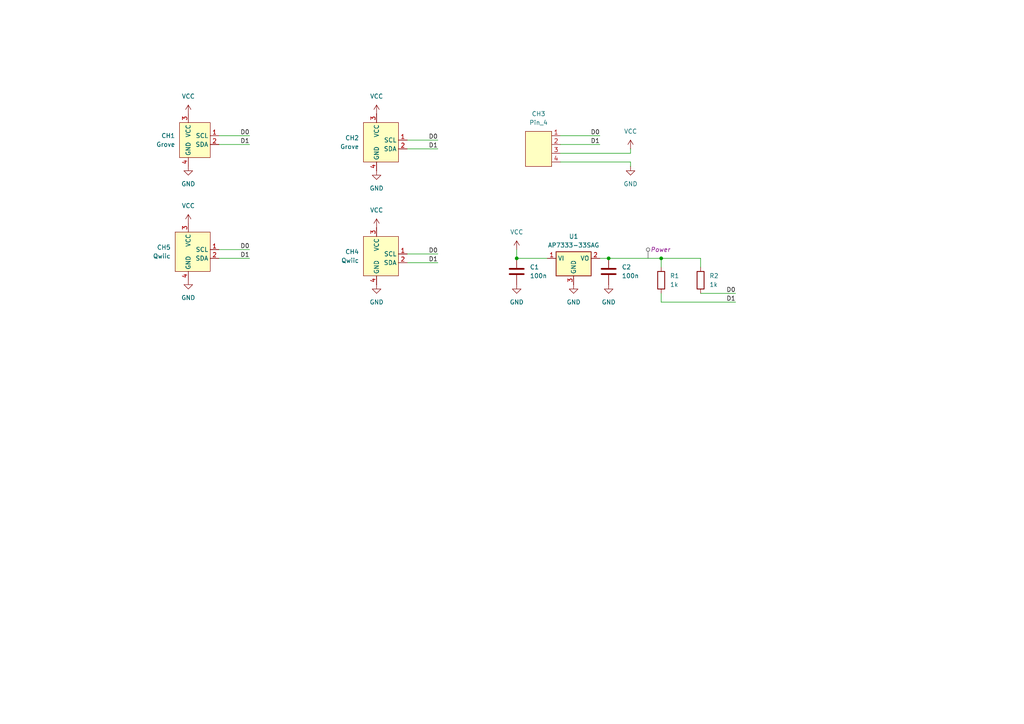
<source format=kicad_sch>
(kicad_sch (version 20231120) (generator "eeschema") (generator_version "8.0")
  (paper "A4")
  (title_block (title "Grove Qwiic Debug Adapter") (rev "v1.0.0") (company "Atsushi Morimoto (@74th)"))
  (lib_symbols
    (symbol "74th_Interface:I2C_Grove_Device-Side"
      (property "Reference" "CH" (at -7.62 1.27 0))
      (property "Value" "Grove" (at -7.62 -1.27 0))
      (symbol "I2C_Grove_Device-Side_0_1"
        (rectangle (start -6.35 6.35) (end 3.81 -5.08) (stroke (width 0.1524)) (fill (type background)))
      )
      (symbol "I2C_Grove_Device-Side_1_1"
        (pin input line (at 6.35 1.27 180) (length 2.54) (name "SCL") (number "1"))
        (pin bidirectional line (at 6.35 -1.27 180) (length 2.54) (name "SDA") (number "2"))
        (pin power_out line (at -2.54 8.89 270) (length 2.54) (name "VCC") (number "3"))
        (pin power_out line (at -2.54 -7.62 90) (length 2.54) (name "GND") (number "4"))
      )
    )
    (symbol "74th_Interface:I2C_Grove_Host-Side"
      (property "Reference" "CH" (at -6.35 0 0))
      (property "Value" "Grove" (at -6.35 -2.54 0))
      (symbol "I2C_Grove_Host-Side_0_1"
        (rectangle (start -5.08 3.81) (end 3.81 -6.35) (stroke (width 0.1524)) (fill (type background)))
      )
      (symbol "I2C_Grove_Host-Side_1_1"
        (pin input line (at 6.35 0 180) (length 2.54) (name "SCL") (number "1"))
        (pin bidirectional line (at 6.35 -2.54 180) (length 2.54) (name "SDA") (number "2"))
        (pin power_in line (at -2.54 6.35 270) (length 2.54) (name "VCC") (number "3"))
        (pin power_in line (at -2.54 -8.89 90) (length 2.54) (name "GND") (number "4"))
      )
    )
    (symbol "74th_Interface:I2C_Qwiic_Device-Side"
      (property "Reference" "CH" (at -7.62 1.27 0))
      (property "Value" "Qwiic" (at -7.62 -1.27 0))
      (symbol "I2C_Qwiic_Device-Side_0_1"
        (rectangle (start -6.35 6.35) (end 3.81 -5.08) (stroke (width 0.1524)) (fill (type background)))
      )
      (symbol "I2C_Qwiic_Device-Side_1_1"
        (pin input line (at 6.35 1.27 180) (length 2.54) (name "SCL") (number "1"))
        (pin bidirectional line (at 6.35 -1.27 180) (length 2.54) (name "SDA") (number "2"))
        (pin power_out line (at -2.54 8.89 270) (length 2.54) (name "VCC") (number "3"))
        (pin power_out line (at -2.54 -7.62 90) (length 2.54) (name "GND") (number "4"))
      )
    )
    (symbol "74th_Interface:Pin_4"
      (property "Reference" "CH" (at 0 2.54 0))
      (property "Value" "Pin_4" (at 0 5.08 0))
      (symbol "Pin_4_0_1"
        (rectangle (start -3.81 1.27) (end 3.81 -8.89) (stroke (width 0.1524)) (fill (type background)))
      )
      (symbol "Pin_4_1_1"
        (pin bidirectional line (at 6.35 0 180) (length 2.54) (name "") (number "1"))
        (pin bidirectional line (at 6.35 -2.54 180) (length 2.54) (name "") (number "2"))
        (pin bidirectional line (at 6.35 -5.08 180) (length 2.54) (name "") (number "3"))
        (pin bidirectional line (at 6.35 -7.62 180) (length 2.54) (name "") (number "4"))
      )
    )
    (symbol "74th_Passive:AP7333-LDO_Regulator_SOT23"
      (property "Reference" "U" (at 0 6.35 0))
      (property "Value" "AP7333-33SAG" (at 0 3.81 0))
      (symbol "AP7333-LDO_Regulator_SOT23_0_1"
        (rectangle (start -5.08 1.905) (end 5.08 -5.08) (stroke (width 0.254)) (fill (type background)))
      )
      (symbol "AP7333-LDO_Regulator_SOT23_1_1"
        (pin power_in line (at -7.62 0 0) (length 2.54) (name "VI") (number "1"))
        (pin power_out line (at 7.62 0 180) (length 2.54) (name "VO") (number "2"))
        (pin power_in line (at 0 -7.62 90) (length 2.54) (name "GND") (number "3"))
      )
    )
    (symbol "Device:C" (pin_numbers hide) (pin_names (offset 0.254))
      (property "Reference" "C" (at 0.635 2.54 0))
      (property "Value" "C" (at 0.635 -2.54 0))
      (symbol "C_0_1"
        (polyline (pts (xy -2.032 -0.762) (xy 2.032 -0.762)) (stroke (width 0.508)))
        (polyline (pts (xy -2.032 0.762) (xy 2.032 0.762)) (stroke (width 0.508)))
      )
      (symbol "C_1_1"
        (pin passive line (at 0 3.81 270) (length 2.794) (name "~") (number "1"))
        (pin passive line (at 0 -3.81 90) (length 2.794) (name "~") (number "2"))
      )
    )
    (symbol "Device:R" (pin_numbers hide) (pin_names (offset 0))
      (property "Reference" "R" (at 2.032 0 90))
      (property "Value" "R" (at 0 0 90))
      (symbol "R_0_1"
        (rectangle (start -1.016 -2.54) (end 1.016 2.54) (stroke (width 0.254)))
      )
      (symbol "R_1_1"
        (pin passive line (at 0 3.81 270) (length 1.27) (name "~") (number "1"))
        (pin passive line (at 0 -3.81 90) (length 1.27) (name "~") (number "2"))
      )
    )
    (symbol "power:GND" (power) (pin_numbers hide) (pin_names (offset 0) hide)
      (property "Value" "GND" (at 0 -3.81 0))
      (symbol "GND_0_1"
        (polyline (pts (xy 0 0) (xy 0 -1.27) (xy 1.27 -1.27) (xy 0 -2.54) (xy -1.27 -1.27) (xy 0 -1.27)))
      )
      (symbol "GND_1_1"
        (pin power_in line (at 0 0 270) (length 0) (name "~") (number "1"))
      )
    )
    (symbol "power:VCC" (power) (pin_numbers hide) (pin_names (offset 0) hide)
      (property "Value" "VCC" (at 0 3.556 0))
      (symbol "VCC_0_1"
        (polyline (pts (xy -0.762 1.27) (xy 0 2.54)))
        (polyline (pts (xy 0 0) (xy 0 2.54)))
        (polyline (pts (xy 0 2.54) (xy 0.762 1.27)))
      )
      (symbol "VCC_1_1"
        (pin power_in line (at 0 0 90) (length 0) (name "~") (number "1"))
      )
    )
  )
  (junction (at 191.77 74.93))
  (junction (at 176.53 74.93))
  (junction (at 149.86 74.93))
  (wire (pts (xy 191.77 87.63) (xy 191.77 85.09)))
  (wire (pts (xy 118.11 43.18) (xy 127 43.18)))
  (wire (pts (xy 191.77 74.93) (xy 203.2 74.93)))
  (wire (pts (xy 162.56 39.37) (xy 173.99 39.37)))
  (wire (pts (xy 203.2 85.09) (xy 213.36 85.09)))
  (wire (pts (xy 118.11 76.2) (xy 127 76.2)))
  (wire (pts (xy 182.88 44.45) (xy 162.56 44.45)))
  (wire (pts (xy 162.56 41.91) (xy 173.99 41.91)))
  (wire (pts (xy 182.88 46.99) (xy 162.56 46.99)))
  (wire (pts (xy 176.53 74.93) (xy 191.77 74.93)))
  (wire (pts (xy 149.86 72.39) (xy 149.86 74.93)))
  (wire (pts (xy 191.77 74.93) (xy 191.77 77.47)))
  (wire (pts (xy 203.2 74.93) (xy 203.2 77.47)))
  (wire (pts (xy 63.5 39.37) (xy 72.39 39.37)))
  (wire (pts (xy 63.5 74.93) (xy 72.39 74.93)))
  (wire (pts (xy 63.5 72.39) (xy 72.39 72.39)))
  (wire (pts (xy 63.5 41.91) (xy 72.39 41.91)))
  (wire (pts (xy 182.88 43.18) (xy 182.88 44.45)))
  (wire (pts (xy 182.88 48.26) (xy 182.88 46.99)))
  (wire (pts (xy 173.99 74.93) (xy 176.53 74.93)))
  (wire (pts (xy 118.11 73.66) (xy 127 73.66)))
  (wire (pts (xy 118.11 40.64) (xy 127 40.64)))
  (wire (pts (xy 149.86 74.93) (xy 158.75 74.93)))
  (wire (pts (xy 213.36 87.63) (xy 191.77 87.63)))
  (label "D1" (at 127 43.18 180))
  (label "D1" (at 127 76.2 180))
  (label "D1" (at 173.99 41.91 180))
  (label "D1" (at 72.39 41.91 180))
  (label "D1" (at 213.36 87.63 180))
  (label "D0" (at 72.39 39.37 180))
  (label "D1" (at 72.39 74.93 180))
  (label "D0" (at 127 73.66 180))
  (label "D0" (at 127 40.64 180))
  (label "D0" (at 213.36 85.09 180))
  (label "D0" (at 72.39 72.39 180))
  (label "D0" (at 173.99 39.37 180))
  (netclass_flag "" (length 2.54) (shape round) (at 187.96 74.93 0) (property "Netclass" "Power" (at 188.6585 72.39 0) (effects (font (italic yes)) (justify left))))
  (symbol (lib_id "power:VCC") (at 109.22 33.02 0) (unit 1)
    (property "Reference" "#PWR02" (effects (hide yes)))
    (property "Value" "VCC" (at 109.22 27.94 0))
    (property "Description" "Power symbol creates a global label with name \"VCC\"" (effects (hide yes)))
  )
  (symbol (lib_id "power:GND") (at 109.22 82.55 0) (unit 1)
    (property "Reference" "#PWR07" (effects (hide yes)))
    (property "Value" "GND" (at 109.22 87.63 0))
    (property "Description" "Power symbol creates a global label with name \"GND\" , ground" (effects (hide yes)))
  )
  (symbol (lib_id "74th_Interface:Pin_4") (at 156.21 39.37 0) (unit 1)
    (property "Reference" "CH3" (at 156.21 33.02 0))
    (property "Value" "Pin_4" (at 156.21 35.56 0))
    (property "Footprint" "74th:PinOut_Pin_4" (effects (hide yes)))
  )
  (symbol (lib_id "power:VCC") (at 54.61 64.77 0) (unit 1)
    (property "Reference" "#PWR04" (effects (hide yes)))
    (property "Value" "VCC" (at 54.61 59.69 0))
    (property "Description" "Power symbol creates a global label with name \"VCC\"" (effects (hide yes)))
  )
  (symbol (lib_id "74th_Interface:I2C_Qwiic_Device-Side") (at 57.15 73.66 0) (unit 1)
    (property "Reference" "CH5" (at 49.53 71.7549 0) (effects (justify right)))
    (property "Value" "Qwiic" (at 49.53 74.2949 0) (effects (justify right)))
    (property "Footprint" "74th:Connector_SH-1.0_SMD_4Pin" (effects (hide yes)))
  )
  (symbol (lib_id "Device:C") (at 176.53 78.74 0) (unit 1)
    (property "Reference" "C2" (at 180.34 77.4699 0) (effects (justify left)))
    (property "Value" "100n" (at 180.34 80.0099 0) (effects (justify left)))
    (property "Footprint" "74th:Capacitor_0603_1608" (effects (hide yes)))
    (property "Description" "Unpolarized capacitor" (effects (hide yes)))
  )
  (symbol (lib_id "power:GND") (at 109.22 49.53 0) (unit 1)
    (property "Reference" "#PWR06" (effects (hide yes)))
    (property "Value" "GND" (at 109.22 54.61 0))
    (property "Description" "Power symbol creates a global label with name \"GND\" , ground" (effects (hide yes)))
  )
  (symbol (lib_id "74th_Interface:I2C_Grove_Device-Side") (at 111.76 41.91 0) (unit 1)
    (property "Reference" "CH2" (at 104.14 40.0049 0) (effects (justify right)))
    (property "Value" "Grove" (at 104.14 42.5449 0) (effects (justify right)))
    (property "Footprint" "74th:Connector_HY-2.0_SMD_4Pin" (effects (hide yes)))
  )
  (symbol (lib_id "power:GND") (at 182.88 48.26 0) (unit 1)
    (property "Reference" "#PWR010" (effects (hide yes)))
    (property "Value" "GND" (at 182.88 53.34 0))
    (property "Description" "Power symbol creates a global label with name \"GND\" , ground" (effects (hide yes)))
  )
  (symbol (lib_id "Device:R") (at 191.77 81.28 0) (unit 1)
    (property "Reference" "R1" (at 194.31 80.0099 0) (effects (justify left)))
    (property "Value" "1k" (at 194.31 82.5499 0) (effects (justify left)))
    (property "Footprint" "74th:Register_0603_1608" (effects (hide yes)))
    (property "Description" "Resistor" (effects (hide yes)))
  )
  (symbol (lib_id "Device:R") (at 203.2 81.28 0) (unit 1)
    (property "Reference" "R2" (at 205.74 80.0099 0) (effects (justify left)))
    (property "Value" "1k" (at 205.74 82.5499 0) (effects (justify left)))
    (property "Footprint" "74th:Register_0603_1608" (effects (hide yes)))
    (property "Description" "Resistor" (effects (hide yes)))
  )
  (symbol (lib_id "power:GND") (at 149.86 82.55 0) (unit 1)
    (property "Reference" "#PWR014" (effects (hide yes)))
    (property "Value" "GND" (at 149.86 87.63 0))
    (property "Description" "Power symbol creates a global label with name \"GND\" , ground" (effects (hide yes)))
  )
  (symbol (lib_id "power:VCC") (at 149.86 72.39 0) (unit 1)
    (property "Reference" "#PWR012" (effects (hide yes)))
    (property "Value" "VCC" (at 149.86 67.31 0))
    (property "Description" "Power symbol creates a global label with name \"VCC\"" (effects (hide yes)))
  )
  (symbol (lib_id "74th_Interface:I2C_Qwiic_Device-Side") (at 111.76 74.93 0) (unit 1)
    (property "Reference" "CH4" (at 104.14 73.0249 0) (effects (justify right)))
    (property "Value" "Qwiic" (at 104.14 75.5649 0) (effects (justify right)))
    (property "Footprint" "74th:Connector_SH-1.0_SMD_4Pin" (effects (hide yes)))
  )
  (symbol (lib_id "power:GND") (at 54.61 81.28 0) (unit 1)
    (property "Reference" "#PWR08" (effects (hide yes)))
    (property "Value" "GND" (at 54.61 86.36 0))
    (property "Description" "Power symbol creates a global label with name \"GND\" , ground" (effects (hide yes)))
  )
  (symbol (lib_id "power:VCC") (at 54.61 33.02 0) (unit 1)
    (property "Reference" "#PWR01" (effects (hide yes)))
    (property "Value" "VCC" (at 54.61 27.94 0))
    (property "Description" "Power symbol creates a global label with name \"VCC\"" (effects (hide yes)))
  )
  (symbol (lib_id "power:VCC") (at 182.88 43.18 0) (unit 1)
    (property "Reference" "#PWR09" (effects (hide yes)))
    (property "Value" "VCC" (at 182.88 38.1 0))
    (property "Description" "Power symbol creates a global label with name \"VCC\"" (effects (hide yes)))
  )
  (symbol (lib_id "power:GND") (at 166.37 82.55 0) (unit 1)
    (property "Reference" "#PWR011" (effects (hide yes)))
    (property "Value" "GND" (at 166.37 87.63 0))
    (property "Description" "Power symbol creates a global label with name \"GND\" , ground" (effects (hide yes)))
  )
  (symbol (lib_id "power:VCC") (at 109.22 66.04 0) (unit 1)
    (property "Reference" "#PWR03" (effects (hide yes)))
    (property "Value" "VCC" (at 109.22 60.96 0))
    (property "Description" "Power symbol creates a global label with name \"VCC\"" (effects (hide yes)))
  )
  (symbol (lib_id "power:GND") (at 54.61 48.26 0) (unit 1)
    (property "Reference" "#PWR05" (effects (hide yes)))
    (property "Value" "GND" (at 54.61 53.34 0))
    (property "Description" "Power symbol creates a global label with name \"GND\" , ground" (effects (hide yes)))
  )
  (symbol (lib_id "power:GND") (at 176.53 82.55 0) (unit 1)
    (property "Reference" "#PWR013" (effects (hide yes)))
    (property "Value" "GND" (at 176.53 87.63 0))
    (property "Description" "Power symbol creates a global label with name \"GND\" , ground" (effects (hide yes)))
  )
  (symbol (lib_id "Device:C") (at 149.86 78.74 0) (unit 1)
    (property "Reference" "C1" (at 153.67 77.4699 0) (effects (justify left)))
    (property "Value" "100n" (at 153.67 80.0099 0) (effects (justify left)))
    (property "Footprint" "74th:Capacitor_0603_1608" (effects (hide yes)))
    (property "Description" "Unpolarized capacitor" (effects (hide yes)))
  )
  (symbol (lib_id "74th_Interface:I2C_Grove_Host-Side") (at 57.15 39.37 0) (unit 1)
    (property "Reference" "CH1" (at 50.8 39.3699 0) (effects (justify right)))
    (property "Value" "Grove" (at 50.8 41.9099 0) (effects (justify right)))
    (property "Footprint" "74th:Connector_HY-2.0_SMD_4Pin" (effects (hide yes)))
  )
  (symbol (lib_id "74th_Passive:AP7333-LDO_Regulator_SOT23") (at 166.37 74.93 0) (unit 1)
    (property "Reference" "U1" (at 166.37 68.58 0))
    (property "Value" "AP7333-33SAG" (at 166.37 71.12 0))
    (property "Footprint" "74th:Package_SOT-23" (effects (hide yes)))
    (property "Datasheet" "https://www.diodes.com/assets/Datasheets/AP7333.pdf" (effects (hide yes)))
  )
)
</source>
